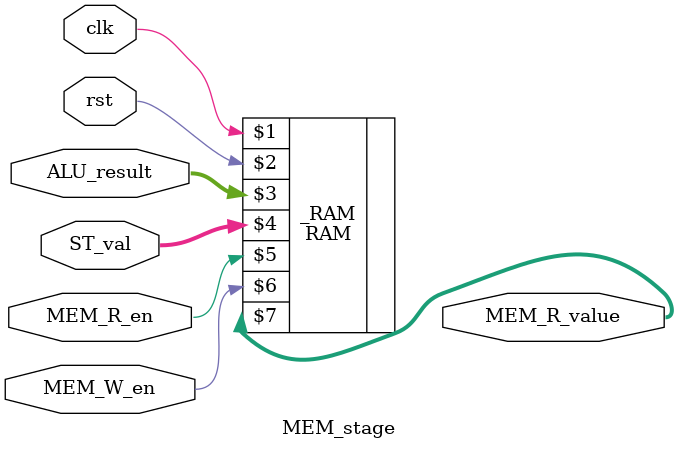
<source format=v>
module MEM_stage (
    input clk,    // Clock
    input rst,  // Asynchronous reset active high
    input [31:0] ALU_result,
    input [31:0] ST_val,
    input MEM_R_en, MEM_W_en,
    output [31:0] MEM_R_value
);
    RAM _RAM(clk, rst, ALU_result, ST_val, MEM_R_en, MEM_W_en, MEM_R_value);
endmodule
</source>
